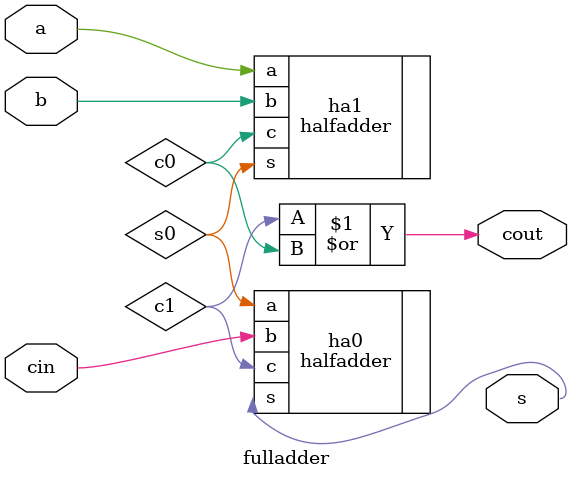
<source format=v>
`timescale 1ns / 1ps
`default_nettype none
module fulladder(
	input  wire a,
	input  wire b,
	input  wire cin,
	output wire cout,
	output wire s
    );
	
	wire s0;
	wire c0;
	wire c1;
	
	halfadder ha1(
		.a(a),
		.b(b),
		.c(c0),
		.s(s0)
	);
	
	halfadder ha0(
		.a(s0),
		.b(cin),
		.c(c1),
		.s(s)
	);
	
	assign cout = c1 | c0;
endmodule

</source>
